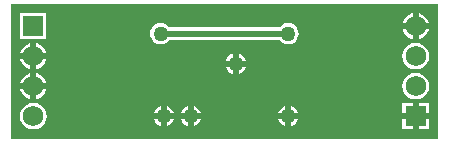
<source format=gbl>
G04 Layer_Physical_Order=2*
G04 Layer_Color=16711680*
%FSLAX24Y24*%
%MOIN*%
G70*
G01*
G75*
%ADD15C,0.0200*%
%ADD16R,0.0680X0.0680*%
%ADD17C,0.0680*%
%ADD18C,0.0500*%
G36*
X14500Y250D02*
X250D01*
Y4750D01*
X14500D01*
Y250D01*
D02*
G37*
%LPC*%
G36*
X13850Y4431D02*
Y4100D01*
X14181D01*
X14179Y4115D01*
X14134Y4222D01*
X14064Y4314D01*
X13972Y4384D01*
X13865Y4429D01*
X13850Y4431D01*
D02*
G37*
G36*
X13650D02*
X13635Y4429D01*
X13528Y4384D01*
X13436Y4314D01*
X13366Y4222D01*
X13321Y4115D01*
X13319Y4100D01*
X13650D01*
Y4431D01*
D02*
G37*
G36*
X9500Y4103D02*
X9409Y4091D01*
X9323Y4056D01*
X9250Y4000D01*
X9215Y3954D01*
X5535D01*
X5500Y4000D01*
X5427Y4056D01*
X5341Y4091D01*
X5250Y4103D01*
X5159Y4091D01*
X5073Y4056D01*
X5000Y4000D01*
X4944Y3927D01*
X4909Y3841D01*
X4897Y3750D01*
X4909Y3659D01*
X4944Y3573D01*
X5000Y3500D01*
X5073Y3444D01*
X5159Y3409D01*
X5250Y3397D01*
X5341Y3409D01*
X5427Y3444D01*
X5500Y3500D01*
X5535Y3546D01*
X9215D01*
X9250Y3500D01*
X9323Y3444D01*
X9409Y3409D01*
X9500Y3397D01*
X9591Y3409D01*
X9677Y3444D01*
X9750Y3500D01*
X9806Y3573D01*
X9841Y3659D01*
X9853Y3750D01*
X9841Y3841D01*
X9806Y3927D01*
X9750Y4000D01*
X9677Y4056D01*
X9591Y4091D01*
X9500Y4103D01*
D02*
G37*
G36*
X14181Y3900D02*
X13850D01*
Y3569D01*
X13865Y3571D01*
X13972Y3616D01*
X14064Y3686D01*
X14134Y3778D01*
X14179Y3885D01*
X14181Y3900D01*
D02*
G37*
G36*
X13650D02*
X13319D01*
X13321Y3885D01*
X13366Y3778D01*
X13436Y3686D01*
X13528Y3616D01*
X13635Y3571D01*
X13650Y3569D01*
Y3900D01*
D02*
G37*
G36*
X1440Y4440D02*
X560D01*
Y3560D01*
X1440D01*
Y4440D01*
D02*
G37*
G36*
X1100Y3431D02*
Y3100D01*
X1431D01*
X1429Y3115D01*
X1384Y3222D01*
X1314Y3314D01*
X1222Y3384D01*
X1115Y3429D01*
X1100Y3431D01*
D02*
G37*
G36*
X900D02*
X885Y3429D01*
X778Y3384D01*
X686Y3314D01*
X616Y3222D01*
X571Y3115D01*
X569Y3100D01*
X900D01*
Y3431D01*
D02*
G37*
G36*
X7850Y3087D02*
Y2850D01*
X8087D01*
X8056Y2927D01*
X8000Y3000D01*
X7927Y3056D01*
X7850Y3087D01*
D02*
G37*
G36*
X7650D02*
X7573Y3056D01*
X7500Y3000D01*
X7444Y2927D01*
X7413Y2850D01*
X7650D01*
Y3087D01*
D02*
G37*
G36*
X1431Y2900D02*
X1100D01*
Y2569D01*
X1115Y2571D01*
X1222Y2616D01*
X1314Y2686D01*
X1384Y2778D01*
X1429Y2885D01*
X1431Y2900D01*
D02*
G37*
G36*
X900D02*
X569D01*
X571Y2885D01*
X616Y2778D01*
X686Y2686D01*
X778Y2616D01*
X885Y2571D01*
X900Y2569D01*
Y2900D01*
D02*
G37*
G36*
X13750Y3444D02*
X13635Y3429D01*
X13528Y3384D01*
X13436Y3314D01*
X13366Y3222D01*
X13321Y3115D01*
X13306Y3000D01*
X13321Y2885D01*
X13366Y2778D01*
X13436Y2686D01*
X13528Y2616D01*
X13635Y2571D01*
X13750Y2556D01*
X13865Y2571D01*
X13972Y2616D01*
X14064Y2686D01*
X14134Y2778D01*
X14179Y2885D01*
X14194Y3000D01*
X14179Y3115D01*
X14134Y3222D01*
X14064Y3314D01*
X13972Y3384D01*
X13865Y3429D01*
X13750Y3444D01*
D02*
G37*
G36*
X8087Y2650D02*
X7850D01*
Y2413D01*
X7927Y2444D01*
X8000Y2500D01*
X8056Y2573D01*
X8087Y2650D01*
D02*
G37*
G36*
X7650D02*
X7413D01*
X7444Y2573D01*
X7500Y2500D01*
X7573Y2444D01*
X7650Y2413D01*
Y2650D01*
D02*
G37*
G36*
X1100Y2431D02*
Y2100D01*
X1431D01*
X1429Y2115D01*
X1384Y2222D01*
X1314Y2314D01*
X1222Y2384D01*
X1115Y2429D01*
X1100Y2431D01*
D02*
G37*
G36*
X900D02*
X885Y2429D01*
X778Y2384D01*
X686Y2314D01*
X616Y2222D01*
X571Y2115D01*
X569Y2100D01*
X900D01*
Y2431D01*
D02*
G37*
G36*
X1431Y1900D02*
X1100D01*
Y1569D01*
X1115Y1571D01*
X1222Y1616D01*
X1314Y1686D01*
X1384Y1778D01*
X1429Y1885D01*
X1431Y1900D01*
D02*
G37*
G36*
X900D02*
X569D01*
X571Y1885D01*
X616Y1778D01*
X686Y1686D01*
X778Y1616D01*
X885Y1571D01*
X900Y1569D01*
Y1900D01*
D02*
G37*
G36*
X13750Y2444D02*
X13635Y2429D01*
X13528Y2384D01*
X13436Y2314D01*
X13366Y2222D01*
X13321Y2115D01*
X13306Y2000D01*
X13321Y1885D01*
X13366Y1778D01*
X13436Y1686D01*
X13528Y1616D01*
X13635Y1571D01*
X13750Y1556D01*
X13865Y1571D01*
X13972Y1616D01*
X14064Y1686D01*
X14134Y1778D01*
X14179Y1885D01*
X14194Y2000D01*
X14179Y2115D01*
X14134Y2222D01*
X14064Y2314D01*
X13972Y2384D01*
X13865Y2429D01*
X13750Y2444D01*
D02*
G37*
G36*
X14190Y1440D02*
X13850D01*
Y1100D01*
X14190D01*
Y1440D01*
D02*
G37*
G36*
X9600Y1337D02*
Y1100D01*
X9837D01*
X9806Y1177D01*
X9750Y1250D01*
X9677Y1306D01*
X9600Y1337D01*
D02*
G37*
G36*
X9400D02*
X9323Y1306D01*
X9250Y1250D01*
X9194Y1177D01*
X9163Y1100D01*
X9400D01*
Y1337D01*
D02*
G37*
G36*
X6350D02*
Y1100D01*
X6587D01*
X6556Y1177D01*
X6500Y1250D01*
X6427Y1306D01*
X6350Y1337D01*
D02*
G37*
G36*
X6150D02*
X6073Y1306D01*
X6000Y1250D01*
X5944Y1177D01*
X5913Y1100D01*
X6150D01*
Y1337D01*
D02*
G37*
G36*
X5450D02*
Y1100D01*
X5687D01*
X5656Y1177D01*
X5600Y1250D01*
X5527Y1306D01*
X5450Y1337D01*
D02*
G37*
G36*
X5250D02*
X5173Y1306D01*
X5100Y1250D01*
X5044Y1177D01*
X5013Y1100D01*
X5250D01*
Y1337D01*
D02*
G37*
G36*
X13650Y1440D02*
X13310D01*
Y1100D01*
X13650D01*
Y1440D01*
D02*
G37*
G36*
X9837Y900D02*
X9600D01*
Y663D01*
X9677Y694D01*
X9750Y750D01*
X9806Y823D01*
X9837Y900D01*
D02*
G37*
G36*
X9400D02*
X9163D01*
X9194Y823D01*
X9250Y750D01*
X9323Y694D01*
X9400Y663D01*
Y900D01*
D02*
G37*
G36*
X6587D02*
X6350D01*
Y663D01*
X6427Y694D01*
X6500Y750D01*
X6556Y823D01*
X6587Y900D01*
D02*
G37*
G36*
X6150D02*
X5913D01*
X5944Y823D01*
X6000Y750D01*
X6073Y694D01*
X6150Y663D01*
Y900D01*
D02*
G37*
G36*
X5687D02*
X5450D01*
Y663D01*
X5527Y694D01*
X5600Y750D01*
X5656Y823D01*
X5687Y900D01*
D02*
G37*
G36*
X5250D02*
X5013D01*
X5044Y823D01*
X5100Y750D01*
X5173Y694D01*
X5250Y663D01*
Y900D01*
D02*
G37*
G36*
X14190D02*
X13850D01*
Y560D01*
X14190D01*
Y900D01*
D02*
G37*
G36*
X13650D02*
X13310D01*
Y560D01*
X13650D01*
Y900D01*
D02*
G37*
G36*
X1000Y1444D02*
X885Y1429D01*
X778Y1384D01*
X686Y1314D01*
X616Y1222D01*
X571Y1115D01*
X556Y1000D01*
X571Y885D01*
X616Y778D01*
X686Y686D01*
X778Y616D01*
X885Y571D01*
X1000Y556D01*
X1115Y571D01*
X1222Y616D01*
X1314Y686D01*
X1384Y778D01*
X1429Y885D01*
X1444Y1000D01*
X1429Y1115D01*
X1384Y1222D01*
X1314Y1314D01*
X1222Y1384D01*
X1115Y1429D01*
X1000Y1444D01*
D02*
G37*
%LPD*%
D15*
X5250Y3750D02*
X9500D01*
D16*
X13750Y1000D02*
D03*
X1000Y4000D02*
D03*
D17*
X13750D02*
D03*
Y3000D02*
D03*
Y2000D02*
D03*
X1000Y1000D02*
D03*
Y2000D02*
D03*
Y3000D02*
D03*
D18*
X9500Y3750D02*
D03*
X5250D02*
D03*
X5350Y1000D02*
D03*
X9500D02*
D03*
X7750Y2750D02*
D03*
X6250Y1000D02*
D03*
M02*

</source>
